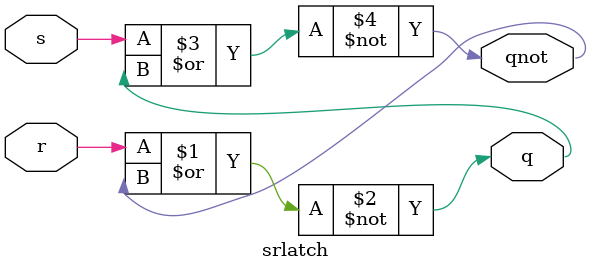
<source format=v>
module srlatch(s, r, q, qnot);
	input s, r;
	output q, qnot;
	
	nor nor0(q, r, qnot);
	nor nor1(qnot, s, q);
	
endmodule
</source>
